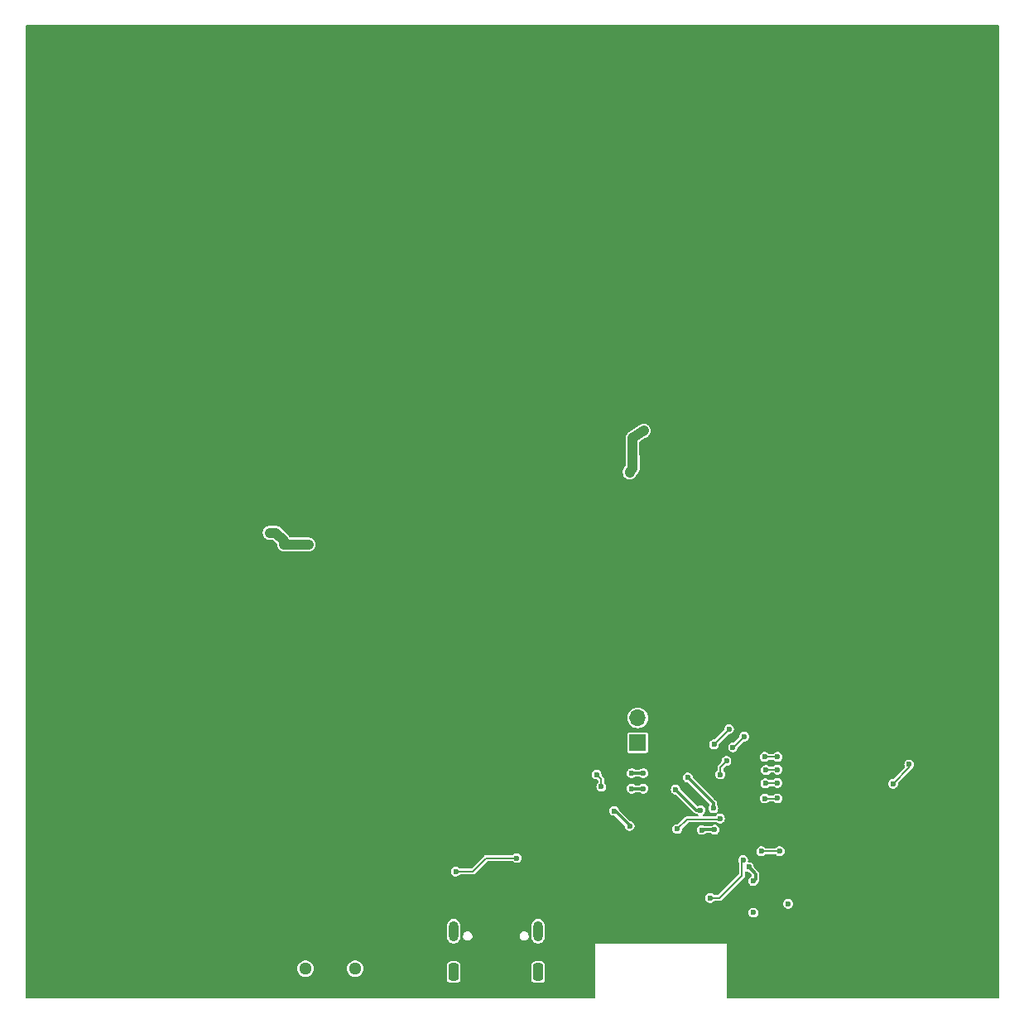
<source format=gbr>
%TF.GenerationSoftware,KiCad,Pcbnew,8.0.1*%
%TF.CreationDate,2024-05-15T12:48:43+01:00*%
%TF.ProjectId,f1-led-circuit,66312d6c-6564-42d6-9369-72637569742e,v1.0*%
%TF.SameCoordinates,Original*%
%TF.FileFunction,Copper,L2,Bot*%
%TF.FilePolarity,Positive*%
%FSLAX46Y46*%
G04 Gerber Fmt 4.6, Leading zero omitted, Abs format (unit mm)*
G04 Created by KiCad (PCBNEW 8.0.1) date 2024-05-15 12:48:43*
%MOMM*%
%LPD*%
G01*
G04 APERTURE LIST*
G04 Aperture macros list*
%AMRoundRect*
0 Rectangle with rounded corners*
0 $1 Rounding radius*
0 $2 $3 $4 $5 $6 $7 $8 $9 X,Y pos of 4 corners*
0 Add a 4 corners polygon primitive as box body*
4,1,4,$2,$3,$4,$5,$6,$7,$8,$9,$2,$3,0*
0 Add four circle primitives for the rounded corners*
1,1,$1+$1,$2,$3*
1,1,$1+$1,$4,$5*
1,1,$1+$1,$6,$7*
1,1,$1+$1,$8,$9*
0 Add four rect primitives between the rounded corners*
20,1,$1+$1,$2,$3,$4,$5,0*
20,1,$1+$1,$4,$5,$6,$7,0*
20,1,$1+$1,$6,$7,$8,$9,0*
20,1,$1+$1,$8,$9,$2,$3,0*%
G04 Aperture macros list end*
%TA.AperFunction,ComponentPad*%
%ADD10O,1.000000X2.100000*%
%TD*%
%TA.AperFunction,ComponentPad*%
%ADD11RoundRect,0.250000X-0.250000X-0.650000X0.250000X-0.650000X0.250000X0.650000X-0.250000X0.650000X0*%
%TD*%
%TA.AperFunction,ComponentPad*%
%ADD12R,1.700000X1.700000*%
%TD*%
%TA.AperFunction,ComponentPad*%
%ADD13O,1.700000X1.700000*%
%TD*%
%TA.AperFunction,ComponentPad*%
%ADD14C,1.295400*%
%TD*%
%TA.AperFunction,ViaPad*%
%ADD15C,0.600000*%
%TD*%
%TA.AperFunction,Conductor*%
%ADD16C,1.000000*%
%TD*%
%TA.AperFunction,Conductor*%
%ADD17C,0.300000*%
%TD*%
%TA.AperFunction,Conductor*%
%ADD18C,0.200000*%
%TD*%
G04 APERTURE END LIST*
D10*
%TO.P,J1,SH1*%
%TO.N,N/C*%
X144002500Y-142857500D03*
%TO.P,J1,SH2*%
X152642500Y-142857500D03*
D11*
%TO.P,J1,SH3*%
X144002500Y-147037500D03*
%TO.P,J1,SH4*%
X152642500Y-147037500D03*
%TD*%
D12*
%TO.P,JP1,1,A*%
%TO.N,Net-(JP1-A)*%
X162825000Y-123575000D03*
D13*
%TO.P,JP1,2,B*%
%TO.N,Net-(JP1-B)*%
X162825000Y-121035000D03*
%TD*%
D14*
%TO.P,SW3,1,A*%
%TO.N,unconnected-(SW3-A-Pad1)*%
X128870000Y-146700000D03*
%TO.P,SW3,2,B*%
%TO.N,GND*%
X131410000Y-146700000D03*
%TO.P,SW3,3,C*%
%TO.N,Net-(D1-A1)*%
X133950000Y-146700000D03*
%TD*%
D15*
%TO.N,GND*%
X133425000Y-66700000D03*
X180175000Y-116425000D03*
X164500000Y-142000000D03*
X146230000Y-138900000D03*
X173925000Y-139700000D03*
X170300000Y-101700000D03*
X167475000Y-107850000D03*
X107425000Y-116400000D03*
X190725000Y-149275000D03*
X130925000Y-59575000D03*
X151901795Y-141213826D03*
X168500000Y-142000000D03*
X177850000Y-93150000D03*
X120550000Y-127050000D03*
X123190000Y-78260000D03*
X116500000Y-130600000D03*
X173800000Y-92725000D03*
X124650000Y-94300000D03*
X167500000Y-100225000D03*
X168500000Y-139000000D03*
X167125000Y-87650000D03*
X125650000Y-103325000D03*
X186100000Y-85525000D03*
X159950000Y-91375000D03*
X169775000Y-92700000D03*
X187175000Y-109000000D03*
X194675000Y-91375000D03*
X112900000Y-129425000D03*
X137525000Y-98475000D03*
X119625000Y-85650000D03*
X151200000Y-124125000D03*
X183775000Y-115650000D03*
X146875000Y-124125000D03*
X161250000Y-93075000D03*
X130625000Y-82100000D03*
X151675000Y-92075000D03*
X165500000Y-142000000D03*
X163500000Y-142000000D03*
X168500000Y-138000000D03*
X159450000Y-132425000D03*
X122200000Y-81325000D03*
X127575000Y-115200000D03*
X126200000Y-107275000D03*
X170775000Y-106275000D03*
X109950000Y-127125000D03*
X199240000Y-128540000D03*
X161500000Y-141000000D03*
X153775000Y-95150000D03*
X169325000Y-113100000D03*
X168500000Y-141000000D03*
X188950000Y-105400000D03*
X180800000Y-113900000D03*
X139975000Y-90525000D03*
X161500000Y-136000000D03*
X127425000Y-129350000D03*
X178650000Y-104425000D03*
X107950000Y-123950000D03*
X126850000Y-84225000D03*
X184550000Y-98025000D03*
X128150000Y-99525000D03*
X164300000Y-118275000D03*
X134950000Y-62975000D03*
X123650000Y-85650000D03*
X182850000Y-102500000D03*
X132275000Y-145900000D03*
X185375000Y-112575000D03*
X195025000Y-95100000D03*
X191325000Y-102000000D03*
X199240000Y-126000000D03*
X193525000Y-98675000D03*
X143750000Y-90575000D03*
X127750000Y-66940000D03*
X161500000Y-137000000D03*
X179575000Y-149175000D03*
X135600000Y-102550000D03*
X126875000Y-111275000D03*
X131075000Y-74725000D03*
X155750000Y-92050000D03*
X150575000Y-138400000D03*
X124760000Y-74480000D03*
X126240000Y-70710000D03*
X180025000Y-87300000D03*
X128500000Y-72375000D03*
X192750000Y-88200000D03*
X138650000Y-100600000D03*
X165700000Y-92975000D03*
X157750000Y-94225000D03*
X168500000Y-140000000D03*
X161925000Y-103375000D03*
X145050000Y-141100000D03*
X172625000Y-114975000D03*
X176325000Y-116050000D03*
X142350000Y-99000000D03*
X181875000Y-93850000D03*
X131975000Y-70600000D03*
X111900000Y-104750000D03*
X175175000Y-89175000D03*
X158125000Y-132425000D03*
X118125000Y-89475000D03*
X132025000Y-56725000D03*
X128250000Y-119175000D03*
X177100000Y-148900000D03*
X136475000Y-59200000D03*
X133325000Y-92250000D03*
X161500000Y-142000000D03*
X161500000Y-139000000D03*
X120950000Y-90425000D03*
X168500000Y-137000000D03*
X129320000Y-63340000D03*
X132800000Y-100925000D03*
X128600000Y-77425000D03*
X161500000Y-138000000D03*
X178200000Y-85025000D03*
X115000000Y-97100000D03*
X117000000Y-105625000D03*
X120375000Y-130850000D03*
X110400000Y-108600000D03*
X136250000Y-91250000D03*
X130950000Y-78800000D03*
X147675000Y-91325000D03*
X113500000Y-100900000D03*
X161500000Y-140000000D03*
X182175000Y-85200000D03*
X174275000Y-85000000D03*
X156090000Y-145100000D03*
X146125000Y-97525000D03*
X189725000Y-86075000D03*
X167500000Y-142000000D03*
X128975000Y-123100000D03*
X107025000Y-120275000D03*
X177025000Y-113725000D03*
X134975000Y-56725000D03*
X149925000Y-96250000D03*
X129325000Y-82250000D03*
X124275000Y-130650000D03*
X168500000Y-136000000D03*
X162500000Y-142000000D03*
X128650000Y-93400000D03*
X146050000Y-130550000D03*
X191100000Y-96925000D03*
X166825000Y-110575000D03*
X166500000Y-142000000D03*
X188150000Y-148925000D03*
X174750000Y-105500000D03*
X170575000Y-85925000D03*
X129425000Y-126675000D03*
X199270000Y-129770000D03*
X140200000Y-95375000D03*
X108800000Y-112525000D03*
X163700000Y-89750000D03*
X120475000Y-109575000D03*
X116550000Y-93275000D03*
%TO.N,+5V*%
X163450000Y-91650000D03*
X129175000Y-103300000D03*
X125175000Y-102100000D03*
X162003125Y-95928125D03*
%TO.N,/EN*%
X167953235Y-127123235D03*
X162225000Y-126690000D03*
X170560000Y-130275000D03*
X163425000Y-126690000D03*
%TO.N,+3.3V*%
X174650000Y-140950000D03*
X166713235Y-128363235D03*
X170710000Y-132460000D03*
X169394265Y-132495735D03*
X159110400Y-128088005D03*
X178225000Y-140050000D03*
X174200000Y-136300000D03*
X163425000Y-128275000D03*
X162225000Y-128275000D03*
X174640000Y-137710000D03*
X169269608Y-130469608D03*
X158625000Y-126825000D03*
%TO.N,Net-(D1-A1)*%
X144214867Y-136754081D03*
X150460000Y-135375000D03*
%TO.N,Net-(J2-~{RESET})*%
X170225000Y-139450000D03*
X173600000Y-135575000D03*
X175470000Y-134680000D03*
X177350000Y-134670000D03*
%TO.N,/START{slash}STOP*%
X171240000Y-131320000D03*
X166875000Y-132400000D03*
%TO.N,Net-(U200-GPIO8)*%
X162000000Y-132100000D03*
X160425000Y-130550000D03*
%TO.N,/FSPICLK*%
X171275000Y-126825000D03*
X172575000Y-124050000D03*
X173725000Y-122950000D03*
X171900000Y-125450000D03*
%TO.N,/FSPID*%
X170630000Y-123750000D03*
X172160000Y-122190000D03*
%TO.N,/MTDI*%
X175880000Y-127720000D03*
X190600000Y-125800000D03*
X177125000Y-127690000D03*
X188950000Y-127775000D03*
%TO.N,/MTMS*%
X177125000Y-129267129D03*
X175825000Y-129275000D03*
%TO.N,MTDO*%
X177125000Y-125020742D03*
X175820000Y-125030000D03*
%TO.N,MTCK*%
X175925000Y-126370000D03*
X177125000Y-126320000D03*
%TD*%
D16*
%TO.N,+5V*%
X125839214Y-102100000D02*
X125175000Y-102100000D01*
X162325000Y-95525000D02*
X162300000Y-92425000D01*
X163450000Y-91650000D02*
X163350000Y-91750000D01*
X162003125Y-95846875D02*
X162325000Y-95525000D01*
X162300000Y-92425000D02*
X163450000Y-91650000D01*
X126650000Y-102910786D02*
X125839214Y-102100000D01*
X126650000Y-103300000D02*
X126650000Y-102910786D01*
X129175000Y-103300000D02*
X126650000Y-103300000D01*
X162003125Y-95928125D02*
X162003125Y-95846875D01*
D17*
%TO.N,/EN*%
X170560000Y-130275000D02*
X170560000Y-129730000D01*
X170560000Y-129730000D02*
X167953235Y-127123235D01*
X162225000Y-126690000D02*
X163425000Y-126690000D01*
%TO.N,+3.3V*%
X162225000Y-128275000D02*
X163425000Y-128275000D01*
X170710000Y-132460000D02*
X169430000Y-132460000D01*
X166713235Y-128363235D02*
X168819608Y-130469608D01*
X174200000Y-136300000D02*
X174890000Y-136990000D01*
X169430000Y-132460000D02*
X169394265Y-132495735D01*
X174890000Y-136990000D02*
X174890000Y-137530000D01*
D18*
X159110400Y-127310400D02*
X158625000Y-126825000D01*
D17*
X174890000Y-137530000D02*
X174820000Y-137530000D01*
D18*
X174650000Y-140950000D02*
X174825000Y-141125000D01*
D17*
X168819608Y-130469608D02*
X169269608Y-130469608D01*
X174820000Y-137530000D02*
X174640000Y-137710000D01*
D18*
X159110400Y-128088005D02*
X159110400Y-127310400D01*
%TO.N,Net-(D1-A1)*%
X145945919Y-136754081D02*
X144214867Y-136754081D01*
X147325000Y-135375000D02*
X150460000Y-135375000D01*
X145945919Y-136754081D02*
X147325000Y-135375000D01*
%TO.N,Net-(J2-~{RESET})*%
X173500000Y-137148529D02*
X171198529Y-139450000D01*
X175475000Y-134685000D02*
X177335000Y-134685000D01*
X173500000Y-135675000D02*
X173600000Y-135575000D01*
X173500000Y-137148529D02*
X173500000Y-135675000D01*
X171198529Y-139450000D02*
X170225000Y-139450000D01*
%TO.N,/START{slash}STOP*%
X166875000Y-132400000D02*
X167875000Y-131400000D01*
D17*
X171160000Y-131400000D02*
X171240000Y-131320000D01*
D18*
X167875000Y-131400000D02*
X171160000Y-131400000D01*
D17*
%TO.N,Net-(U200-GPIO8)*%
X160475001Y-130535000D02*
X162000000Y-132059999D01*
D18*
%TO.N,/FSPICLK*%
X171275000Y-126075000D02*
X171900000Y-125450000D01*
X171275000Y-126825000D02*
X171275000Y-126075000D01*
X172625000Y-124050000D02*
X173725000Y-122950000D01*
X172575000Y-124050000D02*
X172625000Y-124050000D01*
%TO.N,/FSPID*%
X172160000Y-122220000D02*
X170630000Y-123750000D01*
X172160000Y-122190000D02*
X172160000Y-122220000D01*
%TO.N,/MTDI*%
X190600000Y-126125000D02*
X190600000Y-125800000D01*
X188950000Y-127775000D02*
X190600000Y-126125000D01*
X175880000Y-127720000D02*
X175890000Y-127710000D01*
X175890000Y-127710000D02*
X177105000Y-127710000D01*
X177105000Y-127710000D02*
X177125000Y-127690000D01*
%TO.N,/MTMS*%
X175825000Y-129275000D02*
X177117129Y-129275000D01*
X177117129Y-129275000D02*
X177125000Y-129267129D01*
%TO.N,MTDO*%
X175820000Y-125030000D02*
X177115742Y-125030000D01*
X177115742Y-125030000D02*
X177125000Y-125020742D01*
%TO.N,MTCK*%
X175925000Y-126370000D02*
X175975000Y-126320000D01*
X175975000Y-126320000D02*
X177125000Y-126320000D01*
%TD*%
%TA.AperFunction,Conductor*%
%TO.N,GND*%
G36*
X199742539Y-50170185D02*
G01*
X199788294Y-50222989D01*
X199799500Y-50274500D01*
X199799500Y-149625500D01*
X199779815Y-149692539D01*
X199727011Y-149738294D01*
X199675500Y-149749500D01*
X172074000Y-149749500D01*
X172006961Y-149729815D01*
X171961206Y-149677011D01*
X171950000Y-149625500D01*
X171950000Y-144130000D01*
X158519999Y-144139999D01*
X158501115Y-149625927D01*
X158481200Y-149692898D01*
X158428239Y-149738471D01*
X158377116Y-149749500D01*
X100324500Y-149749500D01*
X100257461Y-149729815D01*
X100211706Y-149677011D01*
X100200500Y-149625500D01*
X100200500Y-147741769D01*
X143302000Y-147741769D01*
X143304853Y-147772199D01*
X143304853Y-147772201D01*
X143349706Y-147900380D01*
X143349707Y-147900382D01*
X143430350Y-148009650D01*
X143539618Y-148090293D01*
X143582345Y-148105244D01*
X143667799Y-148135146D01*
X143698230Y-148138000D01*
X143698234Y-148138000D01*
X144306770Y-148138000D01*
X144337199Y-148135146D01*
X144337201Y-148135146D01*
X144401290Y-148112719D01*
X144465382Y-148090293D01*
X144574650Y-148009650D01*
X144655293Y-147900382D01*
X144677719Y-147836290D01*
X144700146Y-147772201D01*
X144700146Y-147772199D01*
X144703000Y-147741769D01*
X151942000Y-147741769D01*
X151944853Y-147772199D01*
X151944853Y-147772201D01*
X151989706Y-147900380D01*
X151989707Y-147900382D01*
X152070350Y-148009650D01*
X152179618Y-148090293D01*
X152222345Y-148105244D01*
X152307799Y-148135146D01*
X152338230Y-148138000D01*
X152338234Y-148138000D01*
X152946770Y-148138000D01*
X152977199Y-148135146D01*
X152977201Y-148135146D01*
X153041290Y-148112719D01*
X153105382Y-148090293D01*
X153214650Y-148009650D01*
X153295293Y-147900382D01*
X153317719Y-147836290D01*
X153340146Y-147772201D01*
X153340146Y-147772199D01*
X153343000Y-147741769D01*
X153343000Y-146333230D01*
X153340146Y-146302800D01*
X153340146Y-146302798D01*
X153303718Y-146198695D01*
X153295293Y-146174618D01*
X153214650Y-146065350D01*
X153105382Y-145984707D01*
X153105380Y-145984706D01*
X152977200Y-145939853D01*
X152946770Y-145937000D01*
X152946766Y-145937000D01*
X152338234Y-145937000D01*
X152338230Y-145937000D01*
X152307800Y-145939853D01*
X152307798Y-145939853D01*
X152179619Y-145984706D01*
X152179617Y-145984707D01*
X152070350Y-146065350D01*
X151989707Y-146174617D01*
X151989706Y-146174619D01*
X151944853Y-146302798D01*
X151944853Y-146302800D01*
X151942000Y-146333230D01*
X151942000Y-147741769D01*
X144703000Y-147741769D01*
X144703000Y-146333230D01*
X144700146Y-146302800D01*
X144700146Y-146302798D01*
X144663718Y-146198695D01*
X144655293Y-146174618D01*
X144574650Y-146065350D01*
X144465382Y-145984707D01*
X144465380Y-145984706D01*
X144337200Y-145939853D01*
X144306770Y-145937000D01*
X144306766Y-145937000D01*
X143698234Y-145937000D01*
X143698230Y-145937000D01*
X143667800Y-145939853D01*
X143667798Y-145939853D01*
X143539619Y-145984706D01*
X143539617Y-145984707D01*
X143430350Y-146065350D01*
X143349707Y-146174617D01*
X143349706Y-146174619D01*
X143304853Y-146302798D01*
X143304853Y-146302800D01*
X143302000Y-146333230D01*
X143302000Y-147741769D01*
X100200500Y-147741769D01*
X100200500Y-146700000D01*
X128017128Y-146700000D01*
X128035765Y-146877322D01*
X128035766Y-146877325D01*
X128090863Y-147046895D01*
X128161172Y-147168675D01*
X128180012Y-147201306D01*
X128299317Y-147333807D01*
X128395481Y-147403675D01*
X128443565Y-147438610D01*
X128506091Y-147466447D01*
X128606448Y-147511129D01*
X128780851Y-147548200D01*
X128959149Y-147548200D01*
X129133552Y-147511129D01*
X129296436Y-147438609D01*
X129440683Y-147333807D01*
X129559988Y-147201306D01*
X129649137Y-147046894D01*
X129704235Y-146877322D01*
X129722872Y-146700000D01*
X133097128Y-146700000D01*
X133115765Y-146877322D01*
X133115766Y-146877325D01*
X133170863Y-147046895D01*
X133241172Y-147168675D01*
X133260012Y-147201306D01*
X133379317Y-147333807D01*
X133475481Y-147403675D01*
X133523565Y-147438610D01*
X133586091Y-147466447D01*
X133686448Y-147511129D01*
X133860851Y-147548200D01*
X134039149Y-147548200D01*
X134213552Y-147511129D01*
X134376436Y-147438609D01*
X134520683Y-147333807D01*
X134639988Y-147201306D01*
X134729137Y-147046894D01*
X134784235Y-146877322D01*
X134802872Y-146700000D01*
X134784235Y-146522678D01*
X134729137Y-146353106D01*
X134639988Y-146198694D01*
X134520683Y-146066193D01*
X134408528Y-145984707D01*
X134376434Y-145961389D01*
X134251381Y-145905713D01*
X134213552Y-145888871D01*
X134213550Y-145888870D01*
X134213549Y-145888870D01*
X134039149Y-145851800D01*
X133860851Y-145851800D01*
X133686450Y-145888870D01*
X133523565Y-145961389D01*
X133379315Y-146066194D01*
X133260011Y-146198695D01*
X133170863Y-146353104D01*
X133115766Y-146522674D01*
X133115765Y-146522678D01*
X133097128Y-146700000D01*
X129722872Y-146700000D01*
X129704235Y-146522678D01*
X129649137Y-146353106D01*
X129559988Y-146198694D01*
X129440683Y-146066193D01*
X129328528Y-145984707D01*
X129296434Y-145961389D01*
X129171381Y-145905713D01*
X129133552Y-145888871D01*
X129133550Y-145888870D01*
X129133549Y-145888870D01*
X128959149Y-145851800D01*
X128780851Y-145851800D01*
X128606450Y-145888870D01*
X128443565Y-145961389D01*
X128299315Y-146066194D01*
X128180011Y-146198695D01*
X128090863Y-146353104D01*
X128035766Y-146522674D01*
X128035765Y-146522678D01*
X128017128Y-146700000D01*
X100200500Y-146700000D01*
X100200500Y-143476495D01*
X143301999Y-143476495D01*
X143328918Y-143611822D01*
X143328921Y-143611832D01*
X143381721Y-143739304D01*
X143381728Y-143739317D01*
X143458385Y-143854041D01*
X143458388Y-143854045D01*
X143555954Y-143951611D01*
X143555958Y-143951614D01*
X143670682Y-144028271D01*
X143670695Y-144028278D01*
X143798167Y-144081078D01*
X143798172Y-144081080D01*
X143798176Y-144081080D01*
X143798177Y-144081081D01*
X143933504Y-144108000D01*
X143933507Y-144108000D01*
X144071495Y-144108000D01*
X144162541Y-144089889D01*
X144206828Y-144081080D01*
X144334311Y-144028275D01*
X144449042Y-143951614D01*
X144546614Y-143854042D01*
X144623275Y-143739311D01*
X144676080Y-143611828D01*
X144703000Y-143476493D01*
X144703000Y-143420101D01*
X144957000Y-143420101D01*
X144989405Y-143541036D01*
X145052005Y-143649464D01*
X145140536Y-143737995D01*
X145248964Y-143800595D01*
X145369899Y-143833000D01*
X145369901Y-143833000D01*
X145495099Y-143833000D01*
X145495101Y-143833000D01*
X145616036Y-143800595D01*
X145724464Y-143737995D01*
X145812995Y-143649464D01*
X145875595Y-143541036D01*
X145908000Y-143420101D01*
X150737000Y-143420101D01*
X150769405Y-143541036D01*
X150832005Y-143649464D01*
X150920536Y-143737995D01*
X151028964Y-143800595D01*
X151149899Y-143833000D01*
X151149901Y-143833000D01*
X151275099Y-143833000D01*
X151275101Y-143833000D01*
X151396036Y-143800595D01*
X151504464Y-143737995D01*
X151592995Y-143649464D01*
X151655595Y-143541036D01*
X151672889Y-143476495D01*
X151941999Y-143476495D01*
X151968918Y-143611822D01*
X151968921Y-143611832D01*
X152021721Y-143739304D01*
X152021728Y-143739317D01*
X152098385Y-143854041D01*
X152098388Y-143854045D01*
X152195954Y-143951611D01*
X152195958Y-143951614D01*
X152310682Y-144028271D01*
X152310695Y-144028278D01*
X152438167Y-144081078D01*
X152438172Y-144081080D01*
X152438176Y-144081080D01*
X152438177Y-144081081D01*
X152573504Y-144108000D01*
X152573507Y-144108000D01*
X152711495Y-144108000D01*
X152802541Y-144089889D01*
X152846828Y-144081080D01*
X152974311Y-144028275D01*
X153089042Y-143951614D01*
X153186614Y-143854042D01*
X153263275Y-143739311D01*
X153316080Y-143611828D01*
X153343000Y-143476493D01*
X153343000Y-142238507D01*
X153343000Y-142238504D01*
X153316081Y-142103177D01*
X153316080Y-142103176D01*
X153316080Y-142103172D01*
X153316078Y-142103167D01*
X153263278Y-141975695D01*
X153263271Y-141975682D01*
X153186614Y-141860958D01*
X153186611Y-141860954D01*
X153089045Y-141763388D01*
X153089041Y-141763385D01*
X152974317Y-141686728D01*
X152974304Y-141686721D01*
X152846832Y-141633921D01*
X152846822Y-141633918D01*
X152711495Y-141607000D01*
X152711493Y-141607000D01*
X152573507Y-141607000D01*
X152573505Y-141607000D01*
X152438177Y-141633918D01*
X152438167Y-141633921D01*
X152310695Y-141686721D01*
X152310682Y-141686728D01*
X152195958Y-141763385D01*
X152195954Y-141763388D01*
X152098388Y-141860954D01*
X152098385Y-141860958D01*
X152021728Y-141975682D01*
X152021721Y-141975695D01*
X151968921Y-142103167D01*
X151968918Y-142103177D01*
X151942000Y-142238504D01*
X151942000Y-142238507D01*
X151942000Y-143476493D01*
X151942000Y-143476495D01*
X151941999Y-143476495D01*
X151672889Y-143476495D01*
X151688000Y-143420101D01*
X151688000Y-143294899D01*
X151655595Y-143173964D01*
X151592995Y-143065536D01*
X151504464Y-142977005D01*
X151396036Y-142914405D01*
X151396037Y-142914405D01*
X151355724Y-142903603D01*
X151275101Y-142882000D01*
X151149899Y-142882000D01*
X151069275Y-142903603D01*
X151028963Y-142914405D01*
X150920537Y-142977004D01*
X150920534Y-142977006D01*
X150832006Y-143065534D01*
X150832004Y-143065537D01*
X150769405Y-143173963D01*
X150769405Y-143173964D01*
X150737000Y-143294899D01*
X150737000Y-143420101D01*
X145908000Y-143420101D01*
X145908000Y-143294899D01*
X145875595Y-143173964D01*
X145812995Y-143065536D01*
X145724464Y-142977005D01*
X145616036Y-142914405D01*
X145616037Y-142914405D01*
X145575724Y-142903603D01*
X145495101Y-142882000D01*
X145369899Y-142882000D01*
X145289275Y-142903603D01*
X145248963Y-142914405D01*
X145140537Y-142977004D01*
X145140534Y-142977006D01*
X145052006Y-143065534D01*
X145052004Y-143065537D01*
X144989405Y-143173963D01*
X144989405Y-143173964D01*
X144957000Y-143294899D01*
X144957000Y-143420101D01*
X144703000Y-143420101D01*
X144703000Y-142238507D01*
X144703000Y-142238504D01*
X144676081Y-142103177D01*
X144676080Y-142103176D01*
X144676080Y-142103172D01*
X144676078Y-142103167D01*
X144623278Y-141975695D01*
X144623271Y-141975682D01*
X144546614Y-141860958D01*
X144546611Y-141860954D01*
X144449045Y-141763388D01*
X144449041Y-141763385D01*
X144334317Y-141686728D01*
X144334304Y-141686721D01*
X144206832Y-141633921D01*
X144206822Y-141633918D01*
X144071495Y-141607000D01*
X144071493Y-141607000D01*
X143933507Y-141607000D01*
X143933505Y-141607000D01*
X143798177Y-141633918D01*
X143798167Y-141633921D01*
X143670695Y-141686721D01*
X143670682Y-141686728D01*
X143555958Y-141763385D01*
X143555954Y-141763388D01*
X143458388Y-141860954D01*
X143458385Y-141860958D01*
X143381728Y-141975682D01*
X143381721Y-141975695D01*
X143328921Y-142103167D01*
X143328918Y-142103177D01*
X143302000Y-142238504D01*
X143302000Y-142238507D01*
X143302000Y-143476493D01*
X143302000Y-143476495D01*
X143301999Y-143476495D01*
X100200500Y-143476495D01*
X100200500Y-140950000D01*
X174144353Y-140950000D01*
X174164834Y-141092456D01*
X174224622Y-141223371D01*
X174224623Y-141223373D01*
X174318872Y-141332143D01*
X174439947Y-141409953D01*
X174439950Y-141409954D01*
X174439949Y-141409954D01*
X174578036Y-141450499D01*
X174578038Y-141450500D01*
X174578039Y-141450500D01*
X174721961Y-141450500D01*
X174789997Y-141430523D01*
X174824932Y-141425500D01*
X174864560Y-141425500D01*
X174864562Y-141425500D01*
X174940988Y-141405021D01*
X175009511Y-141365460D01*
X175065460Y-141309511D01*
X175105021Y-141240988D01*
X175125500Y-141164562D01*
X175125500Y-141140594D01*
X175134035Y-141101363D01*
X175132667Y-141100962D01*
X175135161Y-141092464D01*
X175135165Y-141092457D01*
X175155647Y-140950000D01*
X175135165Y-140807543D01*
X175075377Y-140676627D01*
X174981128Y-140567857D01*
X174860053Y-140490047D01*
X174860051Y-140490046D01*
X174860049Y-140490045D01*
X174860050Y-140490045D01*
X174721963Y-140449500D01*
X174721961Y-140449500D01*
X174578039Y-140449500D01*
X174578036Y-140449500D01*
X174439949Y-140490045D01*
X174318873Y-140567856D01*
X174224623Y-140676626D01*
X174224622Y-140676628D01*
X174164834Y-140807543D01*
X174144353Y-140950000D01*
X100200500Y-140950000D01*
X100200500Y-140050000D01*
X177719353Y-140050000D01*
X177739834Y-140192456D01*
X177799622Y-140323371D01*
X177799623Y-140323373D01*
X177893872Y-140432143D01*
X178014947Y-140509953D01*
X178014950Y-140509954D01*
X178014949Y-140509954D01*
X178153036Y-140550499D01*
X178153038Y-140550500D01*
X178153039Y-140550500D01*
X178296962Y-140550500D01*
X178296962Y-140550499D01*
X178435053Y-140509953D01*
X178556128Y-140432143D01*
X178650377Y-140323373D01*
X178710165Y-140192457D01*
X178730647Y-140050000D01*
X178710165Y-139907543D01*
X178650377Y-139776627D01*
X178556128Y-139667857D01*
X178435053Y-139590047D01*
X178435051Y-139590046D01*
X178435049Y-139590045D01*
X178435050Y-139590045D01*
X178296963Y-139549500D01*
X178296961Y-139549500D01*
X178153039Y-139549500D01*
X178153036Y-139549500D01*
X178014949Y-139590045D01*
X177893873Y-139667856D01*
X177799623Y-139776626D01*
X177799622Y-139776628D01*
X177739834Y-139907543D01*
X177719353Y-140050000D01*
X100200500Y-140050000D01*
X100200500Y-139450000D01*
X169719353Y-139450000D01*
X169739834Y-139592456D01*
X169774269Y-139667856D01*
X169799623Y-139723373D01*
X169893872Y-139832143D01*
X170014947Y-139909953D01*
X170014950Y-139909954D01*
X170014949Y-139909954D01*
X170153036Y-139950499D01*
X170153038Y-139950500D01*
X170153039Y-139950500D01*
X170296962Y-139950500D01*
X170296962Y-139950499D01*
X170435053Y-139909953D01*
X170556128Y-139832143D01*
X170589788Y-139793296D01*
X170648567Y-139755523D01*
X170683501Y-139750500D01*
X171238089Y-139750500D01*
X171238091Y-139750500D01*
X171314518Y-139730021D01*
X171383040Y-139690460D01*
X171438989Y-139634511D01*
X173740460Y-137333040D01*
X173780022Y-137264517D01*
X173800500Y-137188091D01*
X173800500Y-137108967D01*
X173800500Y-136865291D01*
X173820185Y-136798252D01*
X173872989Y-136752497D01*
X173942147Y-136742553D01*
X173981450Y-136757215D01*
X173981882Y-136756270D01*
X173989949Y-136759954D01*
X174128036Y-136800499D01*
X174128038Y-136800500D01*
X174128039Y-136800500D01*
X174153456Y-136800500D01*
X174220495Y-136820185D01*
X174241137Y-136836819D01*
X174457760Y-137053441D01*
X174491245Y-137114764D01*
X174486261Y-137184455D01*
X174444390Y-137240389D01*
X174437119Y-137245437D01*
X174308874Y-137327855D01*
X174214623Y-137436626D01*
X174214622Y-137436628D01*
X174154834Y-137567543D01*
X174134353Y-137710000D01*
X174154834Y-137852456D01*
X174154836Y-137852460D01*
X174214623Y-137983373D01*
X174308872Y-138092143D01*
X174429947Y-138169953D01*
X174429950Y-138169954D01*
X174429949Y-138169954D01*
X174568036Y-138210499D01*
X174568038Y-138210500D01*
X174568039Y-138210500D01*
X174711962Y-138210500D01*
X174711962Y-138210499D01*
X174850053Y-138169953D01*
X174971128Y-138092143D01*
X175065377Y-137983373D01*
X175125165Y-137852457D01*
X175129692Y-137820967D01*
X175158715Y-137757411D01*
X175164731Y-137750949D01*
X175170469Y-137745212D01*
X175216614Y-137665288D01*
X175240500Y-137576144D01*
X175240500Y-136943856D01*
X175216614Y-136854712D01*
X175216611Y-136854706D01*
X175170473Y-136774794D01*
X175170470Y-136774791D01*
X175170469Y-136774788D01*
X175105212Y-136709531D01*
X174736503Y-136340821D01*
X174703018Y-136279498D01*
X174701449Y-136270805D01*
X174685165Y-136157543D01*
X174625377Y-136026627D01*
X174531128Y-135917857D01*
X174410053Y-135840047D01*
X174410051Y-135840046D01*
X174410049Y-135840045D01*
X174410050Y-135840045D01*
X174271963Y-135799500D01*
X174271961Y-135799500D01*
X174216473Y-135799500D01*
X174149434Y-135779815D01*
X174103679Y-135727011D01*
X174093735Y-135657854D01*
X174105647Y-135575000D01*
X174085165Y-135432543D01*
X174025377Y-135301627D01*
X173931128Y-135192857D01*
X173810053Y-135115047D01*
X173810051Y-135115046D01*
X173810049Y-135115045D01*
X173810050Y-135115045D01*
X173671963Y-135074500D01*
X173671961Y-135074500D01*
X173528039Y-135074500D01*
X173528036Y-135074500D01*
X173389949Y-135115045D01*
X173268873Y-135192856D01*
X173174623Y-135301626D01*
X173174622Y-135301628D01*
X173114834Y-135432543D01*
X173094353Y-135575000D01*
X173114834Y-135717456D01*
X173119198Y-135727011D01*
X173174623Y-135848373D01*
X173174627Y-135848378D01*
X173179418Y-135855833D01*
X173176364Y-135857795D01*
X173198235Y-135905663D01*
X173199500Y-135923332D01*
X173199500Y-136972696D01*
X173179815Y-137039735D01*
X173163181Y-137060377D01*
X171110377Y-139113181D01*
X171049054Y-139146666D01*
X171022696Y-139149500D01*
X170683501Y-139149500D01*
X170616462Y-139129815D01*
X170589788Y-139106703D01*
X170556128Y-139067857D01*
X170435053Y-138990047D01*
X170435051Y-138990046D01*
X170435049Y-138990045D01*
X170435050Y-138990045D01*
X170296963Y-138949500D01*
X170296961Y-138949500D01*
X170153039Y-138949500D01*
X170153036Y-138949500D01*
X170014949Y-138990045D01*
X169893873Y-139067856D01*
X169799623Y-139176626D01*
X169799622Y-139176628D01*
X169739834Y-139307543D01*
X169719353Y-139450000D01*
X100200500Y-139450000D01*
X100200500Y-136754081D01*
X143709220Y-136754081D01*
X143729701Y-136896537D01*
X143774458Y-136994539D01*
X143789490Y-137027454D01*
X143883739Y-137136224D01*
X144004814Y-137214034D01*
X144004817Y-137214035D01*
X144004816Y-137214035D01*
X144094572Y-137240389D01*
X144127464Y-137250047D01*
X144142903Y-137254580D01*
X144142905Y-137254581D01*
X144142906Y-137254581D01*
X144286829Y-137254581D01*
X144286829Y-137254580D01*
X144424920Y-137214034D01*
X144545995Y-137136224D01*
X144579655Y-137097377D01*
X144638434Y-137059604D01*
X144673368Y-137054581D01*
X145985479Y-137054581D01*
X145985481Y-137054581D01*
X146061908Y-137034102D01*
X146130430Y-136994541D01*
X146186379Y-136938592D01*
X147413152Y-135711819D01*
X147474475Y-135678334D01*
X147500833Y-135675500D01*
X150001499Y-135675500D01*
X150068538Y-135695185D01*
X150095211Y-135718296D01*
X150128872Y-135757143D01*
X150249947Y-135834953D01*
X150249950Y-135834954D01*
X150249949Y-135834954D01*
X150388036Y-135875499D01*
X150388038Y-135875500D01*
X150388039Y-135875500D01*
X150531962Y-135875500D01*
X150531962Y-135875499D01*
X150670053Y-135834953D01*
X150791128Y-135757143D01*
X150885377Y-135648373D01*
X150945165Y-135517457D01*
X150965647Y-135375000D01*
X150945165Y-135232543D01*
X150885377Y-135101627D01*
X150791128Y-134992857D01*
X150670053Y-134915047D01*
X150670051Y-134915046D01*
X150670049Y-134915045D01*
X150670050Y-134915045D01*
X150531963Y-134874500D01*
X150531961Y-134874500D01*
X150388039Y-134874500D01*
X150388036Y-134874500D01*
X150249949Y-134915045D01*
X150128873Y-134992856D01*
X150095212Y-135031703D01*
X150036433Y-135069477D01*
X150001499Y-135074500D01*
X147285438Y-135074500D01*
X147247224Y-135084739D01*
X147209009Y-135094979D01*
X147209008Y-135094980D01*
X147174252Y-135115047D01*
X147148434Y-135129953D01*
X147141716Y-135133831D01*
X147140487Y-135134541D01*
X145857767Y-136417262D01*
X145796444Y-136450747D01*
X145770086Y-136453581D01*
X144673368Y-136453581D01*
X144606329Y-136433896D01*
X144579655Y-136410784D01*
X144545995Y-136371938D01*
X144424920Y-136294128D01*
X144424918Y-136294127D01*
X144424916Y-136294126D01*
X144424917Y-136294126D01*
X144286830Y-136253581D01*
X144286828Y-136253581D01*
X144142906Y-136253581D01*
X144142903Y-136253581D01*
X144004816Y-136294126D01*
X143883740Y-136371937D01*
X143789490Y-136480707D01*
X143789489Y-136480709D01*
X143729701Y-136611624D01*
X143709220Y-136754081D01*
X100200500Y-136754081D01*
X100200500Y-134680000D01*
X174964353Y-134680000D01*
X174984834Y-134822456D01*
X175027119Y-134915045D01*
X175044623Y-134953373D01*
X175138872Y-135062143D01*
X175259947Y-135139953D01*
X175259950Y-135139954D01*
X175259949Y-135139954D01*
X175398036Y-135180499D01*
X175398038Y-135180500D01*
X175398039Y-135180500D01*
X175541962Y-135180500D01*
X175541962Y-135180499D01*
X175680053Y-135139953D01*
X175801128Y-135062143D01*
X175830456Y-135028296D01*
X175889233Y-134990523D01*
X175924168Y-134985500D01*
X176904497Y-134985500D01*
X176971536Y-135005185D01*
X176998207Y-135028295D01*
X177018872Y-135052143D01*
X177139947Y-135129953D01*
X177139950Y-135129954D01*
X177139949Y-135129954D01*
X177278036Y-135170499D01*
X177278038Y-135170500D01*
X177278039Y-135170500D01*
X177421962Y-135170500D01*
X177421962Y-135170499D01*
X177544431Y-135134540D01*
X177560050Y-135129954D01*
X177560050Y-135129953D01*
X177560053Y-135129953D01*
X177681128Y-135052143D01*
X177775377Y-134943373D01*
X177835165Y-134812457D01*
X177855647Y-134670000D01*
X177835165Y-134527543D01*
X177775377Y-134396627D01*
X177681128Y-134287857D01*
X177560053Y-134210047D01*
X177560051Y-134210046D01*
X177560049Y-134210045D01*
X177560050Y-134210045D01*
X177421963Y-134169500D01*
X177421961Y-134169500D01*
X177278039Y-134169500D01*
X177278036Y-134169500D01*
X177139949Y-134210045D01*
X177018873Y-134287856D01*
X176972215Y-134341703D01*
X176913437Y-134379477D01*
X176878502Y-134384500D01*
X175932833Y-134384500D01*
X175865794Y-134364815D01*
X175839120Y-134341703D01*
X175801128Y-134297857D01*
X175680053Y-134220047D01*
X175680051Y-134220046D01*
X175680049Y-134220045D01*
X175680050Y-134220045D01*
X175541963Y-134179500D01*
X175541961Y-134179500D01*
X175398039Y-134179500D01*
X175398036Y-134179500D01*
X175259949Y-134220045D01*
X175138873Y-134297856D01*
X175044623Y-134406626D01*
X175044622Y-134406628D01*
X174984834Y-134537543D01*
X174964353Y-134680000D01*
X100200500Y-134680000D01*
X100200500Y-130550000D01*
X159919353Y-130550000D01*
X159939834Y-130692456D01*
X159987223Y-130796222D01*
X159999623Y-130823373D01*
X160093872Y-130932143D01*
X160214947Y-131009953D01*
X160214950Y-131009954D01*
X160214949Y-131009954D01*
X160353036Y-131050499D01*
X160353038Y-131050500D01*
X160353039Y-131050500D01*
X160443457Y-131050500D01*
X160510496Y-131070185D01*
X160531138Y-131086819D01*
X161458034Y-132013714D01*
X161491519Y-132075037D01*
X161493758Y-132095861D01*
X161514834Y-132242456D01*
X161565446Y-132353278D01*
X161574623Y-132373373D01*
X161668872Y-132482143D01*
X161789947Y-132559953D01*
X161789950Y-132559954D01*
X161789949Y-132559954D01*
X161928036Y-132600499D01*
X161928038Y-132600500D01*
X161928039Y-132600500D01*
X162071962Y-132600500D01*
X162071962Y-132600499D01*
X162210053Y-132559953D01*
X162331128Y-132482143D01*
X162425377Y-132373373D01*
X162485165Y-132242457D01*
X162505647Y-132100000D01*
X162485165Y-131957543D01*
X162425377Y-131826627D01*
X162331128Y-131717857D01*
X162210053Y-131640047D01*
X162210051Y-131640046D01*
X162210049Y-131640045D01*
X162210050Y-131640045D01*
X162071959Y-131599498D01*
X162069853Y-131599196D01*
X162067918Y-131598312D01*
X162063452Y-131597001D01*
X162063640Y-131596358D01*
X162006298Y-131570170D01*
X161999822Y-131564140D01*
X160950588Y-130514905D01*
X160917103Y-130453582D01*
X160915531Y-130444868D01*
X160910166Y-130407549D01*
X160910165Y-130407548D01*
X160910165Y-130407543D01*
X160873451Y-130327151D01*
X160850379Y-130276630D01*
X160850376Y-130276626D01*
X160848967Y-130275000D01*
X160756128Y-130167857D01*
X160635053Y-130090047D01*
X160635051Y-130090046D01*
X160635049Y-130090045D01*
X160635050Y-130090045D01*
X160496963Y-130049500D01*
X160496961Y-130049500D01*
X160353039Y-130049500D01*
X160353036Y-130049500D01*
X160214949Y-130090045D01*
X160093873Y-130167856D01*
X159999623Y-130276626D01*
X159999622Y-130276628D01*
X159939834Y-130407543D01*
X159919353Y-130550000D01*
X100200500Y-130550000D01*
X100200500Y-126825000D01*
X158119353Y-126825000D01*
X158139834Y-126967456D01*
X158173193Y-127040500D01*
X158199623Y-127098373D01*
X158293872Y-127207143D01*
X158414947Y-127284953D01*
X158414950Y-127284954D01*
X158414949Y-127284954D01*
X158492955Y-127307858D01*
X158550280Y-127324690D01*
X158553036Y-127325499D01*
X158553038Y-127325500D01*
X158649167Y-127325500D01*
X158716206Y-127345185D01*
X158736848Y-127361819D01*
X158773581Y-127398552D01*
X158807066Y-127459875D01*
X158809900Y-127486233D01*
X158809900Y-127624265D01*
X158790215Y-127691304D01*
X158779613Y-127705467D01*
X158685025Y-127814627D01*
X158685022Y-127814633D01*
X158625234Y-127945548D01*
X158604753Y-128088005D01*
X158625234Y-128230461D01*
X158627286Y-128234954D01*
X158685023Y-128361378D01*
X158779272Y-128470148D01*
X158900347Y-128547958D01*
X158900350Y-128547959D01*
X158900349Y-128547959D01*
X159038436Y-128588504D01*
X159038438Y-128588505D01*
X159038439Y-128588505D01*
X159182362Y-128588505D01*
X159182362Y-128588504D01*
X159319040Y-128548373D01*
X159320450Y-128547959D01*
X159320450Y-128547958D01*
X159320453Y-128547958D01*
X159441528Y-128470148D01*
X159535777Y-128361378D01*
X159575225Y-128275000D01*
X161719353Y-128275000D01*
X161739834Y-128417456D01*
X161780131Y-128505692D01*
X161799623Y-128548373D01*
X161893872Y-128657143D01*
X162014947Y-128734953D01*
X162014950Y-128734954D01*
X162014949Y-128734954D01*
X162122107Y-128766417D01*
X162149633Y-128774500D01*
X162153036Y-128775499D01*
X162153038Y-128775500D01*
X162153039Y-128775500D01*
X162296962Y-128775500D01*
X162296962Y-128775499D01*
X162435053Y-128734953D01*
X162556128Y-128657143D01*
X162556136Y-128657133D01*
X162557688Y-128655790D01*
X162559572Y-128654929D01*
X162563589Y-128652348D01*
X162563960Y-128652925D01*
X162621243Y-128626763D01*
X162638895Y-128625500D01*
X163011105Y-128625500D01*
X163078144Y-128645185D01*
X163092312Y-128655790D01*
X163093866Y-128657137D01*
X163093872Y-128657143D01*
X163214947Y-128734953D01*
X163214950Y-128734954D01*
X163214949Y-128734954D01*
X163322107Y-128766417D01*
X163349633Y-128774500D01*
X163353036Y-128775499D01*
X163353038Y-128775500D01*
X163353039Y-128775500D01*
X163496962Y-128775500D01*
X163496962Y-128775499D01*
X163635053Y-128734953D01*
X163756128Y-128657143D01*
X163850377Y-128548373D01*
X163910165Y-128417457D01*
X163917961Y-128363235D01*
X166207588Y-128363235D01*
X166228069Y-128505691D01*
X166247372Y-128547958D01*
X166287858Y-128636608D01*
X166382107Y-128745378D01*
X166503182Y-128823188D01*
X166503185Y-128823189D01*
X166503184Y-128823189D01*
X166641271Y-128863734D01*
X166641273Y-128863735D01*
X166641274Y-128863735D01*
X166666691Y-128863735D01*
X166733730Y-128883420D01*
X166754372Y-128900054D01*
X167666450Y-129812131D01*
X168539139Y-130684820D01*
X168604396Y-130750077D01*
X168604399Y-130750078D01*
X168604402Y-130750081D01*
X168684314Y-130796219D01*
X168684315Y-130796219D01*
X168684320Y-130796222D01*
X168773464Y-130820108D01*
X168855713Y-130820108D01*
X168922752Y-130839793D01*
X168936920Y-130850398D01*
X168938474Y-130851745D01*
X168938480Y-130851751D01*
X168968719Y-130871184D01*
X169014474Y-130923988D01*
X169024418Y-130993146D01*
X168995393Y-131056702D01*
X168936616Y-131094477D01*
X168901680Y-131099500D01*
X167835438Y-131099500D01*
X167759010Y-131119978D01*
X167690489Y-131159540D01*
X167690486Y-131159542D01*
X166986847Y-131863181D01*
X166925524Y-131896666D01*
X166899166Y-131899500D01*
X166803036Y-131899500D01*
X166664949Y-131940045D01*
X166543873Y-132017856D01*
X166449623Y-132126626D01*
X166449622Y-132126628D01*
X166389834Y-132257543D01*
X166369353Y-132400000D01*
X166389834Y-132542456D01*
X166417236Y-132602456D01*
X166449623Y-132673373D01*
X166543872Y-132782143D01*
X166664947Y-132859953D01*
X166664950Y-132859954D01*
X166664949Y-132859954D01*
X166803036Y-132900499D01*
X166803038Y-132900500D01*
X166803039Y-132900500D01*
X166946962Y-132900500D01*
X166946962Y-132900499D01*
X167085053Y-132859953D01*
X167206128Y-132782143D01*
X167300377Y-132673373D01*
X167360165Y-132542457D01*
X167366883Y-132495735D01*
X168888618Y-132495735D01*
X168909099Y-132638191D01*
X168952567Y-132733371D01*
X168968888Y-132769108D01*
X169063137Y-132877878D01*
X169184212Y-132955688D01*
X169184215Y-132955689D01*
X169184214Y-132955689D01*
X169322301Y-132996234D01*
X169322303Y-132996235D01*
X169322304Y-132996235D01*
X169466227Y-132996235D01*
X169466227Y-132996234D01*
X169604318Y-132955688D01*
X169725393Y-132877878D01*
X169746692Y-132853296D01*
X169805470Y-132815523D01*
X169840405Y-132810500D01*
X170296105Y-132810500D01*
X170363144Y-132830185D01*
X170377312Y-132840790D01*
X170378866Y-132842137D01*
X170378872Y-132842143D01*
X170499947Y-132919953D01*
X170499950Y-132919954D01*
X170499949Y-132919954D01*
X170638036Y-132960499D01*
X170638038Y-132960500D01*
X170638039Y-132960500D01*
X170781962Y-132960500D01*
X170781962Y-132960499D01*
X170920053Y-132919953D01*
X171041128Y-132842143D01*
X171135377Y-132733373D01*
X171195165Y-132602457D01*
X171215647Y-132460000D01*
X171195165Y-132317543D01*
X171135377Y-132186627D01*
X171041128Y-132077857D01*
X171041125Y-132077855D01*
X171041126Y-132077855D01*
X170922555Y-132001654D01*
X170921540Y-132000483D01*
X170781963Y-131959500D01*
X170781961Y-131959500D01*
X170638039Y-131959500D01*
X170638036Y-131959500D01*
X170499949Y-132000045D01*
X170378876Y-132077854D01*
X170378874Y-132077855D01*
X170378872Y-132077857D01*
X170378870Y-132077858D01*
X170377312Y-132079210D01*
X170375427Y-132080070D01*
X170371411Y-132082652D01*
X170371039Y-132082074D01*
X170313757Y-132108237D01*
X170296105Y-132109500D01*
X169755436Y-132109500D01*
X169688397Y-132089816D01*
X169665400Y-132075037D01*
X169604318Y-132035782D01*
X169604317Y-132035781D01*
X169604313Y-132035779D01*
X169466228Y-131995235D01*
X169466226Y-131995235D01*
X169322304Y-131995235D01*
X169322301Y-131995235D01*
X169184214Y-132035780D01*
X169063138Y-132113591D01*
X168968888Y-132222361D01*
X168968887Y-132222363D01*
X168909099Y-132353278D01*
X168888618Y-132495735D01*
X167366883Y-132495735D01*
X167380647Y-132400000D01*
X167379339Y-132390905D01*
X167389279Y-132321749D01*
X167414392Y-132285577D01*
X167963152Y-131736819D01*
X168024475Y-131703334D01*
X168050833Y-131700500D01*
X170869906Y-131700500D01*
X170936945Y-131720185D01*
X170936946Y-131720185D01*
X171027444Y-131778345D01*
X171028458Y-131779515D01*
X171029944Y-131779951D01*
X171029947Y-131779953D01*
X171130398Y-131809447D01*
X171168038Y-131820500D01*
X171168039Y-131820500D01*
X171311962Y-131820500D01*
X171311962Y-131820499D01*
X171450053Y-131779953D01*
X171571128Y-131702143D01*
X171665377Y-131593373D01*
X171725165Y-131462457D01*
X171745647Y-131320000D01*
X171725165Y-131177543D01*
X171665377Y-131046627D01*
X171571128Y-130937857D01*
X171450053Y-130860047D01*
X171450051Y-130860046D01*
X171450049Y-130860045D01*
X171450050Y-130860045D01*
X171311963Y-130819500D01*
X171311961Y-130819500D01*
X171168039Y-130819500D01*
X171168036Y-130819500D01*
X171029948Y-130860045D01*
X171025829Y-130861927D01*
X170956670Y-130871870D01*
X170944658Y-130866384D01*
X170944660Y-130880792D01*
X170913152Y-130929831D01*
X170914680Y-130931155D01*
X170908873Y-130937855D01*
X170908872Y-130937857D01*
X170846401Y-131009953D01*
X170808815Y-131053330D01*
X170806806Y-131051589D01*
X170764438Y-131088298D01*
X170712934Y-131099500D01*
X169637536Y-131099500D01*
X169570497Y-131079815D01*
X169524742Y-131027011D01*
X169514798Y-130957853D01*
X169543823Y-130894297D01*
X169570495Y-130871185D01*
X169600736Y-130851751D01*
X169694985Y-130742981D01*
X169754773Y-130612065D01*
X169775255Y-130469608D01*
X169754773Y-130327151D01*
X169694985Y-130196235D01*
X169600736Y-130087465D01*
X169479661Y-130009655D01*
X169479659Y-130009654D01*
X169479657Y-130009653D01*
X169479658Y-130009653D01*
X169341571Y-129969108D01*
X169341569Y-129969108D01*
X169197647Y-129969108D01*
X169197644Y-129969108D01*
X169059557Y-130009653D01*
X169059555Y-130009654D01*
X169019292Y-130035529D01*
X168952252Y-130055212D01*
X168885213Y-130035526D01*
X168864574Y-130018893D01*
X167249738Y-128404056D01*
X167216253Y-128342733D01*
X167214684Y-128334040D01*
X167198400Y-128220778D01*
X167138612Y-128089862D01*
X167044363Y-127981092D01*
X166923288Y-127903282D01*
X166923286Y-127903281D01*
X166923284Y-127903280D01*
X166923285Y-127903280D01*
X166785198Y-127862735D01*
X166785196Y-127862735D01*
X166641274Y-127862735D01*
X166641271Y-127862735D01*
X166503184Y-127903280D01*
X166382108Y-127981091D01*
X166287858Y-128089861D01*
X166287857Y-128089863D01*
X166228069Y-128220778D01*
X166207588Y-128363235D01*
X163917961Y-128363235D01*
X163930647Y-128275000D01*
X163910165Y-128132543D01*
X163850377Y-128001627D01*
X163756128Y-127892857D01*
X163635053Y-127815047D01*
X163635051Y-127815046D01*
X163635049Y-127815045D01*
X163635050Y-127815045D01*
X163496963Y-127774500D01*
X163496961Y-127774500D01*
X163353039Y-127774500D01*
X163353036Y-127774500D01*
X163214949Y-127815045D01*
X163093876Y-127892854D01*
X163093874Y-127892855D01*
X163093872Y-127892857D01*
X163093870Y-127892858D01*
X163092312Y-127894210D01*
X163090427Y-127895070D01*
X163086411Y-127897652D01*
X163086039Y-127897074D01*
X163028757Y-127923237D01*
X163011105Y-127924500D01*
X162638895Y-127924500D01*
X162571856Y-127904815D01*
X162557688Y-127894210D01*
X162556132Y-127892862D01*
X162556128Y-127892857D01*
X162435053Y-127815047D01*
X162435051Y-127815046D01*
X162435049Y-127815045D01*
X162435050Y-127815045D01*
X162296963Y-127774500D01*
X162296961Y-127774500D01*
X162153039Y-127774500D01*
X162153036Y-127774500D01*
X162014949Y-127815045D01*
X161893873Y-127892856D01*
X161893872Y-127892856D01*
X161893872Y-127892857D01*
X161884839Y-127903282D01*
X161799623Y-128001626D01*
X161799622Y-128001628D01*
X161739834Y-128132543D01*
X161719353Y-128275000D01*
X159575225Y-128275000D01*
X159595565Y-128230462D01*
X159616047Y-128088005D01*
X159595565Y-127945548D01*
X159535777Y-127814632D01*
X159535775Y-127814630D01*
X159535774Y-127814627D01*
X159441187Y-127705467D01*
X159412162Y-127641911D01*
X159410900Y-127624265D01*
X159410900Y-127270839D01*
X159402149Y-127238181D01*
X159390421Y-127194411D01*
X159364754Y-127149954D01*
X159350864Y-127125895D01*
X159350858Y-127125887D01*
X159164395Y-126939424D01*
X159130910Y-126878101D01*
X159129339Y-126834094D01*
X159130647Y-126825000D01*
X159111237Y-126690000D01*
X161719353Y-126690000D01*
X161739834Y-126832456D01*
X161788686Y-126939424D01*
X161799623Y-126963373D01*
X161893872Y-127072143D01*
X162014947Y-127149953D01*
X162014950Y-127149954D01*
X162014949Y-127149954D01*
X162122107Y-127181417D01*
X162149633Y-127189500D01*
X162153036Y-127190499D01*
X162153038Y-127190500D01*
X162153039Y-127190500D01*
X162296962Y-127190500D01*
X162296962Y-127190499D01*
X162435053Y-127149953D01*
X162556128Y-127072143D01*
X162556136Y-127072133D01*
X162557688Y-127070790D01*
X162559572Y-127069929D01*
X162563589Y-127067348D01*
X162563960Y-127067925D01*
X162621243Y-127041763D01*
X162638895Y-127040500D01*
X163011105Y-127040500D01*
X163078144Y-127060185D01*
X163092312Y-127070790D01*
X163093866Y-127072137D01*
X163093872Y-127072143D01*
X163214947Y-127149953D01*
X163214950Y-127149954D01*
X163214949Y-127149954D01*
X163322107Y-127181417D01*
X163349633Y-127189500D01*
X163353036Y-127190499D01*
X163353038Y-127190500D01*
X163353039Y-127190500D01*
X163496962Y-127190500D01*
X163496962Y-127190499D01*
X163635053Y-127149953D01*
X163676627Y-127123235D01*
X167447588Y-127123235D01*
X167468069Y-127265691D01*
X167511970Y-127361819D01*
X167527858Y-127396608D01*
X167622107Y-127505378D01*
X167743182Y-127583188D01*
X167743185Y-127583189D01*
X167743184Y-127583189D01*
X167881271Y-127623734D01*
X167881273Y-127623735D01*
X167881274Y-127623735D01*
X167906691Y-127623735D01*
X167973730Y-127643420D01*
X167994372Y-127660054D01*
X169079696Y-128745378D01*
X170146450Y-129812131D01*
X170179935Y-129873454D01*
X170174951Y-129943146D01*
X170152485Y-129981012D01*
X170134623Y-130001627D01*
X170134622Y-130001628D01*
X170074834Y-130132543D01*
X170054353Y-130275000D01*
X170074834Y-130417456D01*
X170134622Y-130548371D01*
X170134623Y-130548373D01*
X170228872Y-130657143D01*
X170349947Y-130734953D01*
X170349950Y-130734954D01*
X170349949Y-130734954D01*
X170488036Y-130775499D01*
X170488038Y-130775500D01*
X170488039Y-130775500D01*
X170631962Y-130775500D01*
X170631962Y-130775499D01*
X170770053Y-130734953D01*
X170770061Y-130734947D01*
X170774159Y-130733077D01*
X170843317Y-130723128D01*
X170855341Y-130728618D01*
X170855342Y-130714195D01*
X170886849Y-130665170D01*
X170885320Y-130663845D01*
X170891126Y-130657144D01*
X170891128Y-130657143D01*
X170985377Y-130548373D01*
X171045165Y-130417457D01*
X171065647Y-130275000D01*
X171045165Y-130132543D01*
X170985377Y-130001627D01*
X170985374Y-130001623D01*
X170940786Y-129950164D01*
X170911762Y-129886608D01*
X170910500Y-129868963D01*
X170910500Y-129683858D01*
X170910500Y-129683856D01*
X170886614Y-129594712D01*
X170859859Y-129548371D01*
X170840473Y-129514794D01*
X170840470Y-129514791D01*
X170840469Y-129514788D01*
X170775212Y-129449531D01*
X170600681Y-129275000D01*
X175319353Y-129275000D01*
X175339834Y-129417456D01*
X175384285Y-129514788D01*
X175399623Y-129548373D01*
X175493872Y-129657143D01*
X175614947Y-129734953D01*
X175614950Y-129734954D01*
X175614949Y-129734954D01*
X175753036Y-129775499D01*
X175753038Y-129775500D01*
X175753039Y-129775500D01*
X175896962Y-129775500D01*
X175896962Y-129775499D01*
X176035053Y-129734953D01*
X176156128Y-129657143D01*
X176189788Y-129618296D01*
X176248567Y-129580523D01*
X176283501Y-129575500D01*
X176673320Y-129575500D01*
X176740359Y-129595185D01*
X176767031Y-129618295D01*
X176793872Y-129649272D01*
X176914947Y-129727082D01*
X176914950Y-129727083D01*
X176914949Y-129727083D01*
X177053036Y-129767628D01*
X177053038Y-129767629D01*
X177053039Y-129767629D01*
X177196962Y-129767629D01*
X177196962Y-129767628D01*
X177335053Y-129727082D01*
X177456128Y-129649272D01*
X177550377Y-129540502D01*
X177610165Y-129409586D01*
X177630647Y-129267129D01*
X177610165Y-129124672D01*
X177550377Y-128993756D01*
X177456128Y-128884986D01*
X177335053Y-128807176D01*
X177335051Y-128807175D01*
X177335049Y-128807174D01*
X177335050Y-128807174D01*
X177196963Y-128766629D01*
X177196961Y-128766629D01*
X177053039Y-128766629D01*
X177053036Y-128766629D01*
X176914949Y-128807174D01*
X176793873Y-128884985D01*
X176753392Y-128931703D01*
X176694614Y-128969477D01*
X176659679Y-128974500D01*
X176283501Y-128974500D01*
X176216462Y-128954815D01*
X176189788Y-128931703D01*
X176156128Y-128892857D01*
X176035053Y-128815047D01*
X176035051Y-128815046D01*
X176035049Y-128815045D01*
X176035050Y-128815045D01*
X175896963Y-128774500D01*
X175896961Y-128774500D01*
X175753039Y-128774500D01*
X175753036Y-128774500D01*
X175614949Y-128815045D01*
X175493873Y-128892856D01*
X175399623Y-129001626D01*
X175399622Y-129001628D01*
X175339834Y-129132543D01*
X175319353Y-129275000D01*
X170600681Y-129275000D01*
X169045682Y-127720000D01*
X175374353Y-127720000D01*
X175394834Y-127862456D01*
X175423169Y-127924500D01*
X175454623Y-127993373D01*
X175548872Y-128102143D01*
X175669947Y-128179953D01*
X175669950Y-128179954D01*
X175669949Y-128179954D01*
X175808036Y-128220499D01*
X175808038Y-128220500D01*
X175808039Y-128220500D01*
X175951962Y-128220500D01*
X175951962Y-128220499D01*
X176090053Y-128179953D01*
X176211128Y-128102143D01*
X176221769Y-128089863D01*
X176253453Y-128053298D01*
X176312230Y-128015523D01*
X176347166Y-128010500D01*
X176683829Y-128010500D01*
X176750868Y-128030185D01*
X176777540Y-128053295D01*
X176793872Y-128072143D01*
X176914947Y-128149953D01*
X176914950Y-128149954D01*
X176914949Y-128149954D01*
X177053036Y-128190499D01*
X177053038Y-128190500D01*
X177053039Y-128190500D01*
X177196962Y-128190500D01*
X177196962Y-128190499D01*
X177335053Y-128149953D01*
X177456128Y-128072143D01*
X177550377Y-127963373D01*
X177610165Y-127832457D01*
X177618426Y-127775000D01*
X188444353Y-127775000D01*
X188464834Y-127917456D01*
X188503275Y-128001628D01*
X188524623Y-128048373D01*
X188618872Y-128157143D01*
X188739947Y-128234953D01*
X188739950Y-128234954D01*
X188739949Y-128234954D01*
X188847107Y-128266417D01*
X188876336Y-128275000D01*
X188878036Y-128275499D01*
X188878038Y-128275500D01*
X188878039Y-128275500D01*
X189021962Y-128275500D01*
X189021962Y-128275499D01*
X189160053Y-128234953D01*
X189281128Y-128157143D01*
X189375377Y-128048373D01*
X189435165Y-127917457D01*
X189455647Y-127775000D01*
X189454339Y-127765905D01*
X189464279Y-127696749D01*
X189489392Y-127660577D01*
X190840460Y-126309511D01*
X190872502Y-126254012D01*
X190880021Y-126240989D01*
X190880021Y-126240987D01*
X190884085Y-126233950D01*
X190885301Y-126234652D01*
X190923667Y-126187031D01*
X190927277Y-126184617D01*
X190931128Y-126182143D01*
X191025377Y-126073373D01*
X191085165Y-125942457D01*
X191105647Y-125800000D01*
X191085165Y-125657543D01*
X191025377Y-125526627D01*
X190931128Y-125417857D01*
X190810053Y-125340047D01*
X190810051Y-125340046D01*
X190810049Y-125340045D01*
X190810050Y-125340045D01*
X190671963Y-125299500D01*
X190671961Y-125299500D01*
X190528039Y-125299500D01*
X190528036Y-125299500D01*
X190389949Y-125340045D01*
X190268873Y-125417856D01*
X190174623Y-125526626D01*
X190174622Y-125526628D01*
X190114834Y-125657543D01*
X190094353Y-125800000D01*
X190114834Y-125942456D01*
X190155170Y-126030777D01*
X190165114Y-126099935D01*
X190136089Y-126163491D01*
X190130057Y-126169970D01*
X189061847Y-127238181D01*
X189000524Y-127271666D01*
X188974166Y-127274500D01*
X188878036Y-127274500D01*
X188739949Y-127315045D01*
X188618873Y-127392856D01*
X188618872Y-127392856D01*
X188618872Y-127392857D01*
X188615622Y-127396608D01*
X188524623Y-127501626D01*
X188524622Y-127501628D01*
X188464834Y-127632543D01*
X188444353Y-127775000D01*
X177618426Y-127775000D01*
X177630647Y-127690000D01*
X177610165Y-127547543D01*
X177550377Y-127416627D01*
X177456128Y-127307857D01*
X177335053Y-127230047D01*
X177335051Y-127230046D01*
X177335049Y-127230045D01*
X177335050Y-127230045D01*
X177196963Y-127189500D01*
X177196961Y-127189500D01*
X177053039Y-127189500D01*
X177053036Y-127189500D01*
X176914949Y-127230045D01*
X176793869Y-127307858D01*
X176742884Y-127366701D01*
X176684107Y-127404477D01*
X176649170Y-127409500D01*
X176329836Y-127409500D01*
X176262797Y-127389815D01*
X176236124Y-127366703D01*
X176211130Y-127337859D01*
X176211129Y-127337858D01*
X176211128Y-127337857D01*
X176090053Y-127260047D01*
X176090051Y-127260046D01*
X176090049Y-127260045D01*
X176090050Y-127260045D01*
X175951963Y-127219500D01*
X175951961Y-127219500D01*
X175808039Y-127219500D01*
X175808036Y-127219500D01*
X175669949Y-127260045D01*
X175548873Y-127337856D01*
X175454623Y-127446626D01*
X175454622Y-127446628D01*
X175394834Y-127577543D01*
X175374353Y-127720000D01*
X169045682Y-127720000D01*
X168489738Y-127164056D01*
X168456253Y-127102733D01*
X168454684Y-127094040D01*
X168438400Y-126980778D01*
X168378612Y-126849862D01*
X168357069Y-126825000D01*
X170769353Y-126825000D01*
X170789834Y-126967456D01*
X170823193Y-127040500D01*
X170849623Y-127098373D01*
X170943872Y-127207143D01*
X171064947Y-127284953D01*
X171064950Y-127284954D01*
X171064949Y-127284954D01*
X171142955Y-127307858D01*
X171200280Y-127324690D01*
X171203036Y-127325499D01*
X171203038Y-127325500D01*
X171203039Y-127325500D01*
X171346962Y-127325500D01*
X171346962Y-127325499D01*
X171485053Y-127284953D01*
X171606128Y-127207143D01*
X171700377Y-127098373D01*
X171760165Y-126967457D01*
X171780647Y-126825000D01*
X171760165Y-126682543D01*
X171700377Y-126551627D01*
X171700375Y-126551625D01*
X171700374Y-126551622D01*
X171605787Y-126442462D01*
X171576762Y-126378906D01*
X171576125Y-126370000D01*
X175419353Y-126370000D01*
X175439834Y-126512456D01*
X175489177Y-126620500D01*
X175499623Y-126643373D01*
X175593872Y-126752143D01*
X175714947Y-126829953D01*
X175714950Y-126829954D01*
X175714949Y-126829954D01*
X175853036Y-126870499D01*
X175853038Y-126870500D01*
X175853039Y-126870500D01*
X175996962Y-126870500D01*
X175996962Y-126870499D01*
X176104121Y-126839035D01*
X176135050Y-126829954D01*
X176135050Y-126829953D01*
X176135053Y-126829953D01*
X176256128Y-126752143D01*
X176333113Y-126663297D01*
X176391891Y-126625523D01*
X176426826Y-126620500D01*
X176666499Y-126620500D01*
X176733538Y-126640185D01*
X176760211Y-126663296D01*
X176793872Y-126702143D01*
X176914947Y-126779953D01*
X176914950Y-126779954D01*
X176914949Y-126779954D01*
X177053036Y-126820499D01*
X177053038Y-126820500D01*
X177053039Y-126820500D01*
X177196962Y-126820500D01*
X177196962Y-126820499D01*
X177335053Y-126779953D01*
X177456128Y-126702143D01*
X177550377Y-126593373D01*
X177610165Y-126462457D01*
X177630647Y-126320000D01*
X177610165Y-126177543D01*
X177550377Y-126046627D01*
X177456128Y-125937857D01*
X177335053Y-125860047D01*
X177335051Y-125860046D01*
X177335049Y-125860045D01*
X177335050Y-125860045D01*
X177196963Y-125819500D01*
X177196961Y-125819500D01*
X177053039Y-125819500D01*
X177053036Y-125819500D01*
X176914949Y-125860045D01*
X176793873Y-125937856D01*
X176760212Y-125976703D01*
X176701433Y-126014477D01*
X176666499Y-126019500D01*
X176338895Y-126019500D01*
X176271856Y-125999815D01*
X176257688Y-125989210D01*
X176256132Y-125987862D01*
X176256128Y-125987857D01*
X176135053Y-125910047D01*
X176135051Y-125910046D01*
X176135049Y-125910045D01*
X176135050Y-125910045D01*
X175996963Y-125869500D01*
X175996961Y-125869500D01*
X175853039Y-125869500D01*
X175853036Y-125869500D01*
X175714949Y-125910045D01*
X175593873Y-125987856D01*
X175499623Y-126096626D01*
X175499622Y-126096628D01*
X175439834Y-126227543D01*
X175419353Y-126370000D01*
X171576125Y-126370000D01*
X171575500Y-126361260D01*
X171575500Y-126250832D01*
X171595185Y-126183793D01*
X171611815Y-126163155D01*
X171788151Y-125986818D01*
X171849474Y-125953334D01*
X171875832Y-125950500D01*
X171971962Y-125950500D01*
X171971962Y-125950499D01*
X172110053Y-125909953D01*
X172231128Y-125832143D01*
X172325377Y-125723373D01*
X172385165Y-125592457D01*
X172405647Y-125450000D01*
X172385165Y-125307543D01*
X172325377Y-125176627D01*
X172231128Y-125067857D01*
X172172221Y-125030000D01*
X175314353Y-125030000D01*
X175334834Y-125172456D01*
X175390394Y-125294113D01*
X175394623Y-125303373D01*
X175488872Y-125412143D01*
X175609947Y-125489953D01*
X175609950Y-125489954D01*
X175609949Y-125489954D01*
X175748036Y-125530499D01*
X175748038Y-125530500D01*
X175748039Y-125530500D01*
X175891962Y-125530500D01*
X175891962Y-125530499D01*
X176030053Y-125489953D01*
X176151128Y-125412143D01*
X176184788Y-125373296D01*
X176243567Y-125335523D01*
X176278501Y-125330500D01*
X176674521Y-125330500D01*
X176741560Y-125350185D01*
X176768234Y-125373297D01*
X176793872Y-125402885D01*
X176914947Y-125480695D01*
X176914950Y-125480696D01*
X176914949Y-125480696D01*
X177053036Y-125521241D01*
X177053038Y-125521242D01*
X177053039Y-125521242D01*
X177196962Y-125521242D01*
X177196962Y-125521241D01*
X177335053Y-125480695D01*
X177456128Y-125402885D01*
X177550377Y-125294115D01*
X177610165Y-125163199D01*
X177630647Y-125020742D01*
X177610165Y-124878285D01*
X177550377Y-124747369D01*
X177456128Y-124638599D01*
X177335053Y-124560789D01*
X177335051Y-124560788D01*
X177335049Y-124560787D01*
X177335050Y-124560787D01*
X177196963Y-124520242D01*
X177196961Y-124520242D01*
X177053039Y-124520242D01*
X177053036Y-124520242D01*
X176914949Y-124560787D01*
X176793873Y-124638598D01*
X176752190Y-124686703D01*
X176693411Y-124724477D01*
X176658477Y-124729500D01*
X176278501Y-124729500D01*
X176211462Y-124709815D01*
X176184788Y-124686703D01*
X176151128Y-124647857D01*
X176030053Y-124570047D01*
X176030051Y-124570046D01*
X176030049Y-124570045D01*
X176030050Y-124570045D01*
X175891963Y-124529500D01*
X175891961Y-124529500D01*
X175748039Y-124529500D01*
X175748036Y-124529500D01*
X175609949Y-124570045D01*
X175488873Y-124647856D01*
X175394623Y-124756626D01*
X175394622Y-124756628D01*
X175334834Y-124887543D01*
X175314353Y-125030000D01*
X172172221Y-125030000D01*
X172110053Y-124990047D01*
X172110051Y-124990046D01*
X172110049Y-124990045D01*
X172110050Y-124990045D01*
X171971963Y-124949500D01*
X171971961Y-124949500D01*
X171828039Y-124949500D01*
X171828036Y-124949500D01*
X171689949Y-124990045D01*
X171568873Y-125067856D01*
X171474623Y-125176626D01*
X171474622Y-125176628D01*
X171414834Y-125307543D01*
X171394353Y-125450000D01*
X171394353Y-125450001D01*
X171395661Y-125459103D01*
X171385713Y-125528261D01*
X171360603Y-125564424D01*
X171090489Y-125834540D01*
X171034541Y-125890487D01*
X171034535Y-125890495D01*
X170994982Y-125959004D01*
X170994979Y-125959009D01*
X170974500Y-126035439D01*
X170974500Y-126361260D01*
X170954815Y-126428299D01*
X170944213Y-126442462D01*
X170849625Y-126551622D01*
X170849622Y-126551628D01*
X170789834Y-126682543D01*
X170769353Y-126825000D01*
X168357069Y-126825000D01*
X168284363Y-126741092D01*
X168163288Y-126663282D01*
X168163286Y-126663281D01*
X168163284Y-126663280D01*
X168163285Y-126663280D01*
X168025198Y-126622735D01*
X168025196Y-126622735D01*
X167881274Y-126622735D01*
X167881271Y-126622735D01*
X167743184Y-126663280D01*
X167622108Y-126741091D01*
X167527858Y-126849861D01*
X167527857Y-126849863D01*
X167468069Y-126980778D01*
X167447588Y-127123235D01*
X163676627Y-127123235D01*
X163756128Y-127072143D01*
X163850377Y-126963373D01*
X163910165Y-126832457D01*
X163930647Y-126690000D01*
X163910165Y-126547543D01*
X163850377Y-126416627D01*
X163756128Y-126307857D01*
X163635053Y-126230047D01*
X163635051Y-126230046D01*
X163635049Y-126230045D01*
X163635050Y-126230045D01*
X163496963Y-126189500D01*
X163496961Y-126189500D01*
X163353039Y-126189500D01*
X163353036Y-126189500D01*
X163214949Y-126230045D01*
X163093876Y-126307854D01*
X163093874Y-126307855D01*
X163093872Y-126307857D01*
X163093870Y-126307858D01*
X163092312Y-126309210D01*
X163090427Y-126310070D01*
X163086411Y-126312652D01*
X163086039Y-126312074D01*
X163028757Y-126338237D01*
X163011105Y-126339500D01*
X162638895Y-126339500D01*
X162571856Y-126319815D01*
X162557688Y-126309210D01*
X162556132Y-126307862D01*
X162556128Y-126307857D01*
X162435053Y-126230047D01*
X162435051Y-126230046D01*
X162435049Y-126230045D01*
X162435050Y-126230045D01*
X162296963Y-126189500D01*
X162296961Y-126189500D01*
X162153039Y-126189500D01*
X162153036Y-126189500D01*
X162014949Y-126230045D01*
X161893873Y-126307856D01*
X161893872Y-126307856D01*
X161893872Y-126307857D01*
X161890218Y-126312074D01*
X161799623Y-126416626D01*
X161799622Y-126416628D01*
X161739834Y-126547543D01*
X161719353Y-126690000D01*
X159111237Y-126690000D01*
X159110165Y-126682543D01*
X159050377Y-126551627D01*
X158956128Y-126442857D01*
X158835053Y-126365047D01*
X158835051Y-126365046D01*
X158835049Y-126365045D01*
X158835050Y-126365045D01*
X158696963Y-126324500D01*
X158696961Y-126324500D01*
X158553039Y-126324500D01*
X158553036Y-126324500D01*
X158414949Y-126365045D01*
X158293873Y-126442856D01*
X158199623Y-126551626D01*
X158199622Y-126551628D01*
X158139834Y-126682543D01*
X158119353Y-126825000D01*
X100200500Y-126825000D01*
X100200500Y-124444752D01*
X161774500Y-124444752D01*
X161786131Y-124503229D01*
X161786132Y-124503230D01*
X161830447Y-124569552D01*
X161896769Y-124613867D01*
X161896770Y-124613868D01*
X161955247Y-124625499D01*
X161955250Y-124625500D01*
X161955252Y-124625500D01*
X163694750Y-124625500D01*
X163694751Y-124625499D01*
X163709568Y-124622552D01*
X163753229Y-124613868D01*
X163753229Y-124613867D01*
X163753231Y-124613867D01*
X163819552Y-124569552D01*
X163863867Y-124503231D01*
X163863867Y-124503229D01*
X163863868Y-124503229D01*
X163875499Y-124444752D01*
X163875500Y-124444750D01*
X163875500Y-123750000D01*
X170124353Y-123750000D01*
X170144834Y-123892456D01*
X170187093Y-123984988D01*
X170204623Y-124023373D01*
X170298872Y-124132143D01*
X170419947Y-124209953D01*
X170419950Y-124209954D01*
X170419949Y-124209954D01*
X170558036Y-124250499D01*
X170558038Y-124250500D01*
X170558039Y-124250500D01*
X170701962Y-124250500D01*
X170701962Y-124250499D01*
X170840053Y-124209953D01*
X170961128Y-124132143D01*
X171032305Y-124050000D01*
X172069353Y-124050000D01*
X172089834Y-124192456D01*
X172149622Y-124323371D01*
X172149623Y-124323373D01*
X172243872Y-124432143D01*
X172364947Y-124509953D01*
X172364950Y-124509954D01*
X172364949Y-124509954D01*
X172503036Y-124550499D01*
X172503038Y-124550500D01*
X172503039Y-124550500D01*
X172646962Y-124550500D01*
X172646962Y-124550499D01*
X172785053Y-124509953D01*
X172906128Y-124432143D01*
X173000377Y-124323373D01*
X173060165Y-124192457D01*
X173079925Y-124055020D01*
X173108948Y-123991467D01*
X173114967Y-123985002D01*
X173613151Y-123486819D01*
X173674474Y-123453334D01*
X173700832Y-123450500D01*
X173796962Y-123450500D01*
X173796962Y-123450499D01*
X173935053Y-123409953D01*
X174056128Y-123332143D01*
X174150377Y-123223373D01*
X174210165Y-123092457D01*
X174230647Y-122950000D01*
X174210165Y-122807543D01*
X174150377Y-122676627D01*
X174056128Y-122567857D01*
X173935053Y-122490047D01*
X173935051Y-122490046D01*
X173935049Y-122490045D01*
X173935050Y-122490045D01*
X173796963Y-122449500D01*
X173796961Y-122449500D01*
X173653039Y-122449500D01*
X173653036Y-122449500D01*
X173514949Y-122490045D01*
X173393873Y-122567856D01*
X173299623Y-122676626D01*
X173299622Y-122676628D01*
X173239834Y-122807543D01*
X173219353Y-122950000D01*
X173219353Y-122950001D01*
X173220661Y-122959103D01*
X173210713Y-123028261D01*
X173185603Y-123064424D01*
X172736847Y-123513181D01*
X172675524Y-123546666D01*
X172649166Y-123549500D01*
X172503036Y-123549500D01*
X172364949Y-123590045D01*
X172243873Y-123667856D01*
X172149623Y-123776626D01*
X172149622Y-123776628D01*
X172089834Y-123907543D01*
X172069353Y-124050000D01*
X171032305Y-124050000D01*
X171055377Y-124023373D01*
X171115165Y-123892457D01*
X171135647Y-123750000D01*
X171134339Y-123740905D01*
X171144279Y-123671749D01*
X171169392Y-123635577D01*
X172078152Y-122726819D01*
X172139475Y-122693334D01*
X172165833Y-122690500D01*
X172231962Y-122690500D01*
X172231962Y-122690499D01*
X172370053Y-122649953D01*
X172491128Y-122572143D01*
X172585377Y-122463373D01*
X172645165Y-122332457D01*
X172665647Y-122190000D01*
X172645165Y-122047543D01*
X172585377Y-121916627D01*
X172491128Y-121807857D01*
X172370053Y-121730047D01*
X172370051Y-121730046D01*
X172370049Y-121730045D01*
X172370050Y-121730045D01*
X172231963Y-121689500D01*
X172231961Y-121689500D01*
X172088039Y-121689500D01*
X172088036Y-121689500D01*
X171949949Y-121730045D01*
X171828873Y-121807856D01*
X171734623Y-121916626D01*
X171734622Y-121916628D01*
X171674834Y-122047543D01*
X171654353Y-122190000D01*
X171654353Y-122190003D01*
X171659431Y-122225328D01*
X171649486Y-122294486D01*
X171624374Y-122330653D01*
X170741847Y-123213181D01*
X170680524Y-123246666D01*
X170654166Y-123249500D01*
X170558036Y-123249500D01*
X170419949Y-123290045D01*
X170298873Y-123367856D01*
X170204623Y-123476626D01*
X170204622Y-123476628D01*
X170144834Y-123607543D01*
X170124353Y-123750000D01*
X163875500Y-123750000D01*
X163875500Y-122705249D01*
X163875499Y-122705247D01*
X163863868Y-122646770D01*
X163863867Y-122646769D01*
X163819552Y-122580447D01*
X163753230Y-122536132D01*
X163753229Y-122536131D01*
X163694752Y-122524500D01*
X163694748Y-122524500D01*
X161955252Y-122524500D01*
X161955247Y-122524500D01*
X161896770Y-122536131D01*
X161896769Y-122536132D01*
X161830447Y-122580447D01*
X161786132Y-122646769D01*
X161786131Y-122646770D01*
X161774500Y-122705247D01*
X161774500Y-124444752D01*
X100200500Y-124444752D01*
X100200500Y-121035000D01*
X161769417Y-121035000D01*
X161789699Y-121240932D01*
X161789700Y-121240934D01*
X161849768Y-121438954D01*
X161947315Y-121621450D01*
X161947317Y-121621452D01*
X162078589Y-121781410D01*
X162175209Y-121860702D01*
X162238550Y-121912685D01*
X162421046Y-122010232D01*
X162619066Y-122070300D01*
X162619065Y-122070300D01*
X162637529Y-122072118D01*
X162825000Y-122090583D01*
X163030934Y-122070300D01*
X163228954Y-122010232D01*
X163411450Y-121912685D01*
X163571410Y-121781410D01*
X163702685Y-121621450D01*
X163800232Y-121438954D01*
X163860300Y-121240934D01*
X163880583Y-121035000D01*
X163860300Y-120829066D01*
X163800232Y-120631046D01*
X163702685Y-120448550D01*
X163650702Y-120385209D01*
X163571410Y-120288589D01*
X163411452Y-120157317D01*
X163411453Y-120157317D01*
X163411450Y-120157315D01*
X163228954Y-120059768D01*
X163030934Y-119999700D01*
X163030932Y-119999699D01*
X163030934Y-119999699D01*
X162825000Y-119979417D01*
X162619067Y-119999699D01*
X162421043Y-120059769D01*
X162310898Y-120118643D01*
X162238550Y-120157315D01*
X162238548Y-120157316D01*
X162238547Y-120157317D01*
X162078589Y-120288589D01*
X161947317Y-120448547D01*
X161849769Y-120631043D01*
X161789699Y-120829067D01*
X161769417Y-121035000D01*
X100200500Y-121035000D01*
X100200500Y-102168995D01*
X124474499Y-102168995D01*
X124501418Y-102304322D01*
X124501421Y-102304332D01*
X124554221Y-102431804D01*
X124554228Y-102431817D01*
X124630885Y-102546541D01*
X124630888Y-102546545D01*
X124728454Y-102644111D01*
X124728458Y-102644114D01*
X124843182Y-102720771D01*
X124843195Y-102720778D01*
X124970667Y-102773578D01*
X124970672Y-102773580D01*
X124970676Y-102773580D01*
X124970677Y-102773581D01*
X125106004Y-102800500D01*
X125106007Y-102800500D01*
X125497695Y-102800500D01*
X125564734Y-102820185D01*
X125585376Y-102836819D01*
X125913181Y-103164624D01*
X125946666Y-103225947D01*
X125949500Y-103252305D01*
X125949500Y-103368993D01*
X125949500Y-103368995D01*
X125949499Y-103368995D01*
X125976418Y-103504322D01*
X125976421Y-103504332D01*
X126029221Y-103631804D01*
X126029228Y-103631817D01*
X126105885Y-103746541D01*
X126105888Y-103746545D01*
X126203454Y-103844111D01*
X126203458Y-103844114D01*
X126318182Y-103920771D01*
X126318195Y-103920778D01*
X126445667Y-103973578D01*
X126445672Y-103973580D01*
X126445676Y-103973580D01*
X126445677Y-103973581D01*
X126581004Y-104000500D01*
X126581007Y-104000500D01*
X129243995Y-104000500D01*
X129335041Y-103982389D01*
X129379328Y-103973580D01*
X129506811Y-103920775D01*
X129621542Y-103844114D01*
X129719114Y-103746542D01*
X129795775Y-103631811D01*
X129848580Y-103504328D01*
X129875500Y-103368993D01*
X129875500Y-103231007D01*
X129875500Y-103231004D01*
X129848581Y-103095677D01*
X129848580Y-103095676D01*
X129848580Y-103095672D01*
X129848578Y-103095667D01*
X129795778Y-102968195D01*
X129795771Y-102968182D01*
X129719114Y-102853458D01*
X129719111Y-102853454D01*
X129621545Y-102755888D01*
X129621541Y-102755885D01*
X129506817Y-102679228D01*
X129506804Y-102679221D01*
X129379332Y-102626421D01*
X129379322Y-102626418D01*
X129243995Y-102599500D01*
X129243993Y-102599500D01*
X127350769Y-102599500D01*
X127283730Y-102579815D01*
X127247666Y-102544390D01*
X127194112Y-102464240D01*
X126285759Y-101555887D01*
X126171021Y-101479222D01*
X126043546Y-101426421D01*
X126043536Y-101426418D01*
X125908210Y-101399500D01*
X125908208Y-101399500D01*
X125908207Y-101399500D01*
X125106007Y-101399500D01*
X125106005Y-101399500D01*
X124970677Y-101426418D01*
X124970667Y-101426421D01*
X124843195Y-101479221D01*
X124843182Y-101479228D01*
X124728458Y-101555885D01*
X124728454Y-101555888D01*
X124630888Y-101653454D01*
X124630885Y-101653458D01*
X124554228Y-101768182D01*
X124554221Y-101768195D01*
X124501421Y-101895667D01*
X124501418Y-101895677D01*
X124474500Y-102031004D01*
X124474500Y-102031007D01*
X124474500Y-102168993D01*
X124474500Y-102168995D01*
X124474499Y-102168995D01*
X100200500Y-102168995D01*
X100200500Y-95997120D01*
X161302624Y-95997120D01*
X161329543Y-96132447D01*
X161329546Y-96132457D01*
X161382346Y-96259929D01*
X161382353Y-96259942D01*
X161459010Y-96374666D01*
X161459013Y-96374670D01*
X161556579Y-96472236D01*
X161556583Y-96472239D01*
X161671307Y-96548896D01*
X161671320Y-96548903D01*
X161798792Y-96601703D01*
X161798797Y-96601705D01*
X161798801Y-96601705D01*
X161798802Y-96601706D01*
X161934129Y-96628625D01*
X161934132Y-96628625D01*
X162072120Y-96628625D01*
X162163166Y-96610514D01*
X162207453Y-96601705D01*
X162334936Y-96548900D01*
X162449667Y-96472239D01*
X162547239Y-96374667D01*
X162623900Y-96259936D01*
X162644993Y-96209009D01*
X162671870Y-96168785D01*
X162767421Y-96073234D01*
X162775674Y-96065695D01*
X162775901Y-96065504D01*
X162775915Y-96065495D01*
X162821937Y-96018722D01*
X162822439Y-96018216D01*
X162869114Y-95971543D01*
X162869128Y-95971521D01*
X162869286Y-95971331D01*
X162869528Y-95971062D01*
X162870588Y-95969750D01*
X162871227Y-95968966D01*
X162872302Y-95967656D01*
X162872527Y-95967349D01*
X162872683Y-95967153D01*
X162872697Y-95967140D01*
X162908908Y-95911986D01*
X162909119Y-95911668D01*
X162945775Y-95856811D01*
X162945779Y-95856800D01*
X162945913Y-95856551D01*
X162946108Y-95856223D01*
X162946884Y-95854743D01*
X162947372Y-95853820D01*
X162948137Y-95852388D01*
X162948291Y-95852059D01*
X162948420Y-95851809D01*
X162948431Y-95851794D01*
X162973165Y-95790688D01*
X162973393Y-95790132D01*
X162998580Y-95729328D01*
X162998582Y-95729313D01*
X162998662Y-95729055D01*
X162998784Y-95728709D01*
X162999254Y-95727114D01*
X162999558Y-95726098D01*
X163000036Y-95724521D01*
X163000124Y-95724165D01*
X163000201Y-95723900D01*
X163000206Y-95723890D01*
X163012541Y-95659149D01*
X163012647Y-95658600D01*
X163025500Y-95593994D01*
X163025500Y-95593985D01*
X163025532Y-95593666D01*
X163025585Y-95593296D01*
X163025731Y-95591686D01*
X163025827Y-95590670D01*
X163025987Y-95589042D01*
X163026004Y-95588676D01*
X163026033Y-95588345D01*
X163026034Y-95588342D01*
X163025504Y-95522622D01*
X163025500Y-95521622D01*
X163025500Y-95456011D01*
X163025468Y-95455687D01*
X163024874Y-95444534D01*
X163004048Y-92862220D01*
X163023191Y-92795025D01*
X163058744Y-92758393D01*
X163547219Y-92429203D01*
X163569039Y-92417485D01*
X163681811Y-92370775D01*
X163796543Y-92294114D01*
X163892360Y-92198295D01*
X163896731Y-92194319D01*
X163898689Y-92192345D01*
X163898691Y-92192344D01*
X163929701Y-92161087D01*
X163946372Y-92144284D01*
X163946545Y-92144109D01*
X163994113Y-92096543D01*
X163994115Y-92096539D01*
X163994144Y-92096511D01*
X163994919Y-92095560D01*
X163995222Y-92095190D01*
X163995852Y-92094421D01*
X163995871Y-92094391D01*
X163995875Y-92094388D01*
X164033263Y-92037950D01*
X164070774Y-91981812D01*
X164070775Y-91981809D01*
X164070800Y-91981772D01*
X164071365Y-91980706D01*
X164071590Y-91980282D01*
X164072068Y-91979386D01*
X164072079Y-91979357D01*
X164072082Y-91979354D01*
X164091295Y-91932445D01*
X164097700Y-91916807D01*
X164097888Y-91916351D01*
X164111411Y-91883707D01*
X164123580Y-91854329D01*
X164123580Y-91854328D01*
X164123592Y-91854300D01*
X164123852Y-91853431D01*
X164123991Y-91852970D01*
X164124371Y-91851715D01*
X164124379Y-91851668D01*
X164124382Y-91851664D01*
X164137302Y-91785339D01*
X164150499Y-91718994D01*
X164150499Y-91718992D01*
X164150510Y-91718937D01*
X164150623Y-91717745D01*
X164150673Y-91717224D01*
X164150767Y-91716269D01*
X164150500Y-91648621D01*
X164150499Y-91648131D01*
X164150499Y-91580951D01*
X164150369Y-91579683D01*
X164150319Y-91579192D01*
X164150228Y-91578270D01*
X164150222Y-91578240D01*
X164150222Y-91578237D01*
X164136734Y-91511804D01*
X164123580Y-91445672D01*
X164123579Y-91445669D01*
X164123568Y-91445614D01*
X164123175Y-91444337D01*
X164123033Y-91443872D01*
X164122783Y-91443049D01*
X164122767Y-91443010D01*
X164096594Y-91380525D01*
X164070774Y-91318189D01*
X164070773Y-91318188D01*
X164070754Y-91318141D01*
X164070213Y-91317138D01*
X164069987Y-91316717D01*
X164069485Y-91315778D01*
X164069459Y-91315739D01*
X164069458Y-91315737D01*
X164031570Y-91259516D01*
X163994113Y-91203457D01*
X163994112Y-91203456D01*
X163994074Y-91203399D01*
X163993258Y-91202413D01*
X163992935Y-91202022D01*
X163992376Y-91201341D01*
X163944381Y-91153724D01*
X163944033Y-91153377D01*
X163896508Y-91105851D01*
X163895697Y-91105191D01*
X163895292Y-91104860D01*
X163894428Y-91104150D01*
X163838231Y-91066921D01*
X163837826Y-91066652D01*
X163781750Y-91029185D01*
X163780668Y-91028613D01*
X163780194Y-91028361D01*
X163779398Y-91027935D01*
X163716766Y-91002281D01*
X163716316Y-91002096D01*
X163699428Y-90995101D01*
X163654328Y-90976420D01*
X163654327Y-90976419D01*
X163654272Y-90976397D01*
X163653345Y-90976120D01*
X163652902Y-90975987D01*
X163651720Y-90975628D01*
X163585528Y-90962732D01*
X163585054Y-90962639D01*
X163518932Y-90949488D01*
X163517732Y-90949375D01*
X163517285Y-90949332D01*
X163516276Y-90949232D01*
X163448622Y-90949500D01*
X163448132Y-90949501D01*
X163380933Y-90949501D01*
X163379559Y-90949642D01*
X163379038Y-90949695D01*
X163378276Y-90949769D01*
X163312076Y-90963209D01*
X163311600Y-90963305D01*
X163245598Y-90976434D01*
X163244543Y-90976760D01*
X163244021Y-90976919D01*
X163243081Y-90977203D01*
X163180831Y-91003276D01*
X163180384Y-91003462D01*
X163118115Y-91029256D01*
X163117031Y-91029842D01*
X163116603Y-91030072D01*
X163115787Y-91030507D01*
X163059858Y-91068197D01*
X163059458Y-91068466D01*
X163001152Y-91107427D01*
X162996430Y-91110943D01*
X161970609Y-91802257D01*
X161965368Y-91805443D01*
X161907627Y-91844701D01*
X161907207Y-91844985D01*
X161851261Y-91882687D01*
X161850385Y-91883419D01*
X161850038Y-91883707D01*
X161849129Y-91884459D01*
X161801909Y-91932445D01*
X161801554Y-91932805D01*
X161754083Y-91980653D01*
X161753435Y-91981457D01*
X161753116Y-91981850D01*
X161752343Y-91982798D01*
X161741047Y-92000002D01*
X161715225Y-92039330D01*
X161677873Y-92095713D01*
X161677316Y-92096777D01*
X161677074Y-92097236D01*
X161676599Y-92098131D01*
X161651306Y-92160616D01*
X161651114Y-92161087D01*
X161625592Y-92223397D01*
X161625276Y-92224471D01*
X161625139Y-92224931D01*
X161624806Y-92226043D01*
X161612153Y-92292444D01*
X161612057Y-92292940D01*
X161599218Y-92358850D01*
X161599103Y-92360131D01*
X161599052Y-92360691D01*
X161598965Y-92361604D01*
X161599509Y-92429066D01*
X161599512Y-92429574D01*
X161599788Y-92499419D01*
X161600126Y-92505539D01*
X161621736Y-95185239D01*
X161602593Y-95252435D01*
X161585422Y-95273920D01*
X161459007Y-95400336D01*
X161440777Y-95427622D01*
X161440775Y-95427625D01*
X161382353Y-95515058D01*
X161382346Y-95515070D01*
X161329546Y-95642542D01*
X161329543Y-95642552D01*
X161302625Y-95777879D01*
X161302625Y-95777882D01*
X161302625Y-95997118D01*
X161302625Y-95997120D01*
X161302624Y-95997120D01*
X100200500Y-95997120D01*
X100200500Y-50274500D01*
X100220185Y-50207461D01*
X100272989Y-50161706D01*
X100324500Y-50150500D01*
X199675500Y-50150500D01*
X199742539Y-50170185D01*
G37*
%TD.AperFunction*%
%TD*%
M02*

</source>
